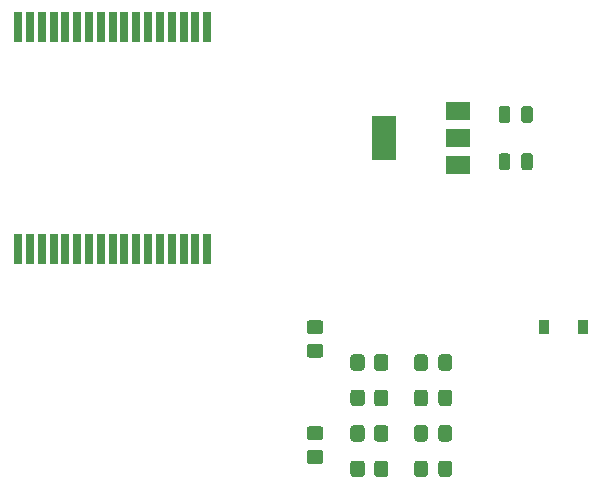
<source format=gbr>
%TF.GenerationSoftware,KiCad,Pcbnew,(5.1.10)-1*%
%TF.CreationDate,2021-11-06T01:00:33+01:00*%
%TF.ProjectId,xlAnchor,786c416e-6368-46f7-922e-6b696361645f,rev?*%
%TF.SameCoordinates,Original*%
%TF.FileFunction,Paste,Top*%
%TF.FilePolarity,Positive*%
%FSLAX46Y46*%
G04 Gerber Fmt 4.6, Leading zero omitted, Abs format (unit mm)*
G04 Created by KiCad (PCBNEW (5.1.10)-1) date 2021-11-06 01:00:33*
%MOMM*%
%LPD*%
G01*
G04 APERTURE LIST*
%ADD10R,0.900000X1.200000*%
%ADD11R,2.000000X1.500000*%
%ADD12R,2.000000X3.800000*%
%ADD13R,0.650000X2.540000*%
G04 APERTURE END LIST*
%TO.C,R6*%
G36*
G01*
X130005000Y-64450001D02*
X130005000Y-63549999D01*
G75*
G02*
X130254999Y-63300000I249999J0D01*
G01*
X130955001Y-63300000D01*
G75*
G02*
X131205000Y-63549999I0J-249999D01*
G01*
X131205000Y-64450001D01*
G75*
G02*
X130955001Y-64700000I-249999J0D01*
G01*
X130254999Y-64700000D01*
G75*
G02*
X130005000Y-64450001I0J249999D01*
G01*
G37*
G36*
G01*
X128005000Y-64450001D02*
X128005000Y-63549999D01*
G75*
G02*
X128254999Y-63300000I249999J0D01*
G01*
X128955001Y-63300000D01*
G75*
G02*
X129205000Y-63549999I0J-249999D01*
G01*
X129205000Y-64450001D01*
G75*
G02*
X128955001Y-64700000I-249999J0D01*
G01*
X128254999Y-64700000D01*
G75*
G02*
X128005000Y-64450001I0J249999D01*
G01*
G37*
%TD*%
%TO.C,R5*%
G36*
G01*
X130005000Y-61450001D02*
X130005000Y-60549999D01*
G75*
G02*
X130254999Y-60300000I249999J0D01*
G01*
X130955001Y-60300000D01*
G75*
G02*
X131205000Y-60549999I0J-249999D01*
G01*
X131205000Y-61450001D01*
G75*
G02*
X130955001Y-61700000I-249999J0D01*
G01*
X130254999Y-61700000D01*
G75*
G02*
X130005000Y-61450001I0J249999D01*
G01*
G37*
G36*
G01*
X128005000Y-61450001D02*
X128005000Y-60549999D01*
G75*
G02*
X128254999Y-60300000I249999J0D01*
G01*
X128955001Y-60300000D01*
G75*
G02*
X129205000Y-60549999I0J-249999D01*
G01*
X129205000Y-61450001D01*
G75*
G02*
X128955001Y-61700000I-249999J0D01*
G01*
X128254999Y-61700000D01*
G75*
G02*
X128005000Y-61450001I0J249999D01*
G01*
G37*
%TD*%
D10*
%TO.C,D5*%
X147650000Y-52000000D03*
X144350000Y-52000000D03*
%TD*%
%TO.C,D4*%
G36*
G01*
X134550000Y-63549999D02*
X134550000Y-64450001D01*
G75*
G02*
X134300001Y-64700000I-249999J0D01*
G01*
X133649999Y-64700000D01*
G75*
G02*
X133400000Y-64450001I0J249999D01*
G01*
X133400000Y-63549999D01*
G75*
G02*
X133649999Y-63300000I249999J0D01*
G01*
X134300001Y-63300000D01*
G75*
G02*
X134550000Y-63549999I0J-249999D01*
G01*
G37*
G36*
G01*
X136600000Y-63549999D02*
X136600000Y-64450001D01*
G75*
G02*
X136350001Y-64700000I-249999J0D01*
G01*
X135699999Y-64700000D01*
G75*
G02*
X135450000Y-64450001I0J249999D01*
G01*
X135450000Y-63549999D01*
G75*
G02*
X135699999Y-63300000I249999J0D01*
G01*
X136350001Y-63300000D01*
G75*
G02*
X136600000Y-63549999I0J-249999D01*
G01*
G37*
%TD*%
%TO.C,D3*%
G36*
G01*
X134550000Y-60549999D02*
X134550000Y-61450001D01*
G75*
G02*
X134300001Y-61700000I-249999J0D01*
G01*
X133649999Y-61700000D01*
G75*
G02*
X133400000Y-61450001I0J249999D01*
G01*
X133400000Y-60549999D01*
G75*
G02*
X133649999Y-60300000I249999J0D01*
G01*
X134300001Y-60300000D01*
G75*
G02*
X134550000Y-60549999I0J-249999D01*
G01*
G37*
G36*
G01*
X136600000Y-60549999D02*
X136600000Y-61450001D01*
G75*
G02*
X136350001Y-61700000I-249999J0D01*
G01*
X135699999Y-61700000D01*
G75*
G02*
X135450000Y-61450001I0J249999D01*
G01*
X135450000Y-60549999D01*
G75*
G02*
X135699999Y-60300000I249999J0D01*
G01*
X136350001Y-60300000D01*
G75*
G02*
X136600000Y-60549999I0J-249999D01*
G01*
G37*
%TD*%
%TO.C,C2*%
G36*
G01*
X142450000Y-38475000D02*
X142450000Y-37525000D01*
G75*
G02*
X142700000Y-37275000I250000J0D01*
G01*
X143200000Y-37275000D01*
G75*
G02*
X143450000Y-37525000I0J-250000D01*
G01*
X143450000Y-38475000D01*
G75*
G02*
X143200000Y-38725000I-250000J0D01*
G01*
X142700000Y-38725000D01*
G75*
G02*
X142450000Y-38475000I0J250000D01*
G01*
G37*
G36*
G01*
X140550000Y-38475000D02*
X140550000Y-37525000D01*
G75*
G02*
X140800000Y-37275000I250000J0D01*
G01*
X141300000Y-37275000D01*
G75*
G02*
X141550000Y-37525000I0J-250000D01*
G01*
X141550000Y-38475000D01*
G75*
G02*
X141300000Y-38725000I-250000J0D01*
G01*
X140800000Y-38725000D01*
G75*
G02*
X140550000Y-38475000I0J250000D01*
G01*
G37*
%TD*%
%TO.C,C1*%
G36*
G01*
X142450000Y-34475000D02*
X142450000Y-33525000D01*
G75*
G02*
X142700000Y-33275000I250000J0D01*
G01*
X143200000Y-33275000D01*
G75*
G02*
X143450000Y-33525000I0J-250000D01*
G01*
X143450000Y-34475000D01*
G75*
G02*
X143200000Y-34725000I-250000J0D01*
G01*
X142700000Y-34725000D01*
G75*
G02*
X142450000Y-34475000I0J250000D01*
G01*
G37*
G36*
G01*
X140550000Y-34475000D02*
X140550000Y-33525000D01*
G75*
G02*
X140800000Y-33275000I250000J0D01*
G01*
X141300000Y-33275000D01*
G75*
G02*
X141550000Y-33525000I0J-250000D01*
G01*
X141550000Y-34475000D01*
G75*
G02*
X141300000Y-34725000I-250000J0D01*
G01*
X140800000Y-34725000D01*
G75*
G02*
X140550000Y-34475000I0J250000D01*
G01*
G37*
%TD*%
D11*
%TO.C,U3*%
X137150000Y-38300000D03*
X137150000Y-33700000D03*
X137150000Y-36000000D03*
D12*
X130850000Y-36000000D03*
%TD*%
D13*
%TO.C,U2*%
X99870000Y-26580000D03*
X100870000Y-26580000D03*
X101870000Y-26580000D03*
X102870000Y-26580000D03*
X103870000Y-26580000D03*
X104870000Y-26580000D03*
X105870000Y-26580000D03*
X106870000Y-26580000D03*
X107870000Y-26580000D03*
X108870000Y-26580000D03*
X109870000Y-26580000D03*
X110870000Y-26580000D03*
X111870000Y-26580000D03*
X112870000Y-26580000D03*
X113870000Y-26580000D03*
X114870000Y-26580000D03*
X115870000Y-26580000D03*
X115870000Y-45420000D03*
X114870000Y-45420000D03*
X113870000Y-45420000D03*
X112870000Y-45420000D03*
X111870000Y-45420000D03*
X110870000Y-45420000D03*
X109870000Y-45420000D03*
X108870000Y-45420000D03*
X107870000Y-45420000D03*
X106870000Y-45420000D03*
X105870000Y-45420000D03*
X104870000Y-45420000D03*
X103870000Y-45420000D03*
X102870000Y-45420000D03*
X101870000Y-45420000D03*
X100870000Y-45420000D03*
X99870000Y-45420000D03*
%TD*%
%TO.C,R4*%
G36*
G01*
X130005000Y-58450001D02*
X130005000Y-57549999D01*
G75*
G02*
X130254999Y-57300000I249999J0D01*
G01*
X130955001Y-57300000D01*
G75*
G02*
X131205000Y-57549999I0J-249999D01*
G01*
X131205000Y-58450001D01*
G75*
G02*
X130955001Y-58700000I-249999J0D01*
G01*
X130254999Y-58700000D01*
G75*
G02*
X130005000Y-58450001I0J249999D01*
G01*
G37*
G36*
G01*
X128005000Y-58450001D02*
X128005000Y-57549999D01*
G75*
G02*
X128254999Y-57300000I249999J0D01*
G01*
X128955001Y-57300000D01*
G75*
G02*
X129205000Y-57549999I0J-249999D01*
G01*
X129205000Y-58450001D01*
G75*
G02*
X128955001Y-58700000I-249999J0D01*
G01*
X128254999Y-58700000D01*
G75*
G02*
X128005000Y-58450001I0J249999D01*
G01*
G37*
%TD*%
%TO.C,R3*%
G36*
G01*
X130005000Y-55450001D02*
X130005000Y-54549999D01*
G75*
G02*
X130254999Y-54300000I249999J0D01*
G01*
X130955001Y-54300000D01*
G75*
G02*
X131205000Y-54549999I0J-249999D01*
G01*
X131205000Y-55450001D01*
G75*
G02*
X130955001Y-55700000I-249999J0D01*
G01*
X130254999Y-55700000D01*
G75*
G02*
X130005000Y-55450001I0J249999D01*
G01*
G37*
G36*
G01*
X128005000Y-55450001D02*
X128005000Y-54549999D01*
G75*
G02*
X128254999Y-54300000I249999J0D01*
G01*
X128955001Y-54300000D01*
G75*
G02*
X129205000Y-54549999I0J-249999D01*
G01*
X129205000Y-55450001D01*
G75*
G02*
X128955001Y-55700000I-249999J0D01*
G01*
X128254999Y-55700000D01*
G75*
G02*
X128005000Y-55450001I0J249999D01*
G01*
G37*
%TD*%
%TO.C,R2*%
G36*
G01*
X124549999Y-53400000D02*
X125450001Y-53400000D01*
G75*
G02*
X125700000Y-53649999I0J-249999D01*
G01*
X125700000Y-54350001D01*
G75*
G02*
X125450001Y-54600000I-249999J0D01*
G01*
X124549999Y-54600000D01*
G75*
G02*
X124300000Y-54350001I0J249999D01*
G01*
X124300000Y-53649999D01*
G75*
G02*
X124549999Y-53400000I249999J0D01*
G01*
G37*
G36*
G01*
X124549999Y-51400000D02*
X125450001Y-51400000D01*
G75*
G02*
X125700000Y-51649999I0J-249999D01*
G01*
X125700000Y-52350001D01*
G75*
G02*
X125450001Y-52600000I-249999J0D01*
G01*
X124549999Y-52600000D01*
G75*
G02*
X124300000Y-52350001I0J249999D01*
G01*
X124300000Y-51649999D01*
G75*
G02*
X124549999Y-51400000I249999J0D01*
G01*
G37*
%TD*%
%TO.C,R1*%
G36*
G01*
X124549999Y-62400000D02*
X125450001Y-62400000D01*
G75*
G02*
X125700000Y-62649999I0J-249999D01*
G01*
X125700000Y-63350001D01*
G75*
G02*
X125450001Y-63600000I-249999J0D01*
G01*
X124549999Y-63600000D01*
G75*
G02*
X124300000Y-63350001I0J249999D01*
G01*
X124300000Y-62649999D01*
G75*
G02*
X124549999Y-62400000I249999J0D01*
G01*
G37*
G36*
G01*
X124549999Y-60400000D02*
X125450001Y-60400000D01*
G75*
G02*
X125700000Y-60649999I0J-249999D01*
G01*
X125700000Y-61350001D01*
G75*
G02*
X125450001Y-61600000I-249999J0D01*
G01*
X124549999Y-61600000D01*
G75*
G02*
X124300000Y-61350001I0J249999D01*
G01*
X124300000Y-60649999D01*
G75*
G02*
X124549999Y-60400000I249999J0D01*
G01*
G37*
%TD*%
%TO.C,D2*%
G36*
G01*
X134550000Y-57549999D02*
X134550000Y-58450001D01*
G75*
G02*
X134300001Y-58700000I-249999J0D01*
G01*
X133649999Y-58700000D01*
G75*
G02*
X133400000Y-58450001I0J249999D01*
G01*
X133400000Y-57549999D01*
G75*
G02*
X133649999Y-57300000I249999J0D01*
G01*
X134300001Y-57300000D01*
G75*
G02*
X134550000Y-57549999I0J-249999D01*
G01*
G37*
G36*
G01*
X136600000Y-57549999D02*
X136600000Y-58450001D01*
G75*
G02*
X136350001Y-58700000I-249999J0D01*
G01*
X135699999Y-58700000D01*
G75*
G02*
X135450000Y-58450001I0J249999D01*
G01*
X135450000Y-57549999D01*
G75*
G02*
X135699999Y-57300000I249999J0D01*
G01*
X136350001Y-57300000D01*
G75*
G02*
X136600000Y-57549999I0J-249999D01*
G01*
G37*
%TD*%
%TO.C,D1*%
G36*
G01*
X134550000Y-54549999D02*
X134550000Y-55450001D01*
G75*
G02*
X134300001Y-55700000I-249999J0D01*
G01*
X133649999Y-55700000D01*
G75*
G02*
X133400000Y-55450001I0J249999D01*
G01*
X133400000Y-54549999D01*
G75*
G02*
X133649999Y-54300000I249999J0D01*
G01*
X134300001Y-54300000D01*
G75*
G02*
X134550000Y-54549999I0J-249999D01*
G01*
G37*
G36*
G01*
X136600000Y-54549999D02*
X136600000Y-55450001D01*
G75*
G02*
X136350001Y-55700000I-249999J0D01*
G01*
X135699999Y-55700000D01*
G75*
G02*
X135450000Y-55450001I0J249999D01*
G01*
X135450000Y-54549999D01*
G75*
G02*
X135699999Y-54300000I249999J0D01*
G01*
X136350001Y-54300000D01*
G75*
G02*
X136600000Y-54549999I0J-249999D01*
G01*
G37*
%TD*%
M02*

</source>
